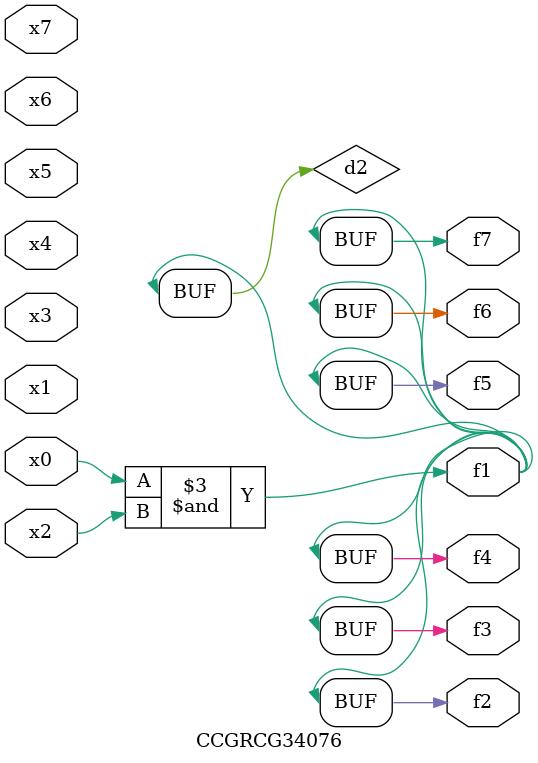
<source format=v>
module CCGRCG34076(
	input x0, x1, x2, x3, x4, x5, x6, x7,
	output f1, f2, f3, f4, f5, f6, f7
);

	wire d1, d2;

	nor (d1, x3, x6);
	and (d2, x0, x2);
	assign f1 = d2;
	assign f2 = d2;
	assign f3 = d2;
	assign f4 = d2;
	assign f5 = d2;
	assign f6 = d2;
	assign f7 = d2;
endmodule

</source>
